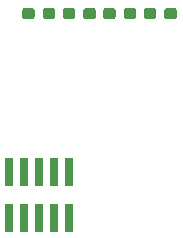
<source format=gbr>
%TF.GenerationSoftware,KiCad,Pcbnew,5.0.2*%
%TF.CreationDate,2019-04-27T21:36:03+08:00*%
%TF.ProjectId,aw-sd-dbg,61772d73-642d-4646-9267-2e6b69636164,rev?*%
%TF.SameCoordinates,Original*%
%TF.FileFunction,Paste,Top*%
%TF.FilePolarity,Positive*%
%FSLAX46Y46*%
G04 Gerber Fmt 4.6, Leading zero omitted, Abs format (unit mm)*
G04 Created by KiCad (PCBNEW 5.0.2) date 2019年04月27日 星期六 21时36分03秒*
%MOMM*%
%LPD*%
G01*
G04 APERTURE LIST*
%ADD10C,0.350000*%
%ADD11C,0.950000*%
%ADD12R,0.740000X2.400000*%
G04 APERTURE END LIST*
D10*
G36*
X121863779Y-39404144D02*
X121886834Y-39407563D01*
X121909443Y-39413227D01*
X121931387Y-39421079D01*
X121952457Y-39431044D01*
X121972448Y-39443026D01*
X121991168Y-39456910D01*
X122008438Y-39472562D01*
X122024090Y-39489832D01*
X122037974Y-39508552D01*
X122049956Y-39528543D01*
X122059921Y-39549613D01*
X122067773Y-39571557D01*
X122073437Y-39594166D01*
X122076856Y-39617221D01*
X122078000Y-39640500D01*
X122078000Y-40115500D01*
X122076856Y-40138779D01*
X122073437Y-40161834D01*
X122067773Y-40184443D01*
X122059921Y-40206387D01*
X122049956Y-40227457D01*
X122037974Y-40247448D01*
X122024090Y-40266168D01*
X122008438Y-40283438D01*
X121991168Y-40299090D01*
X121972448Y-40312974D01*
X121952457Y-40324956D01*
X121931387Y-40334921D01*
X121909443Y-40342773D01*
X121886834Y-40348437D01*
X121863779Y-40351856D01*
X121840500Y-40353000D01*
X121265500Y-40353000D01*
X121242221Y-40351856D01*
X121219166Y-40348437D01*
X121196557Y-40342773D01*
X121174613Y-40334921D01*
X121153543Y-40324956D01*
X121133552Y-40312974D01*
X121114832Y-40299090D01*
X121097562Y-40283438D01*
X121081910Y-40266168D01*
X121068026Y-40247448D01*
X121056044Y-40227457D01*
X121046079Y-40206387D01*
X121038227Y-40184443D01*
X121032563Y-40161834D01*
X121029144Y-40138779D01*
X121028000Y-40115500D01*
X121028000Y-39640500D01*
X121029144Y-39617221D01*
X121032563Y-39594166D01*
X121038227Y-39571557D01*
X121046079Y-39549613D01*
X121056044Y-39528543D01*
X121068026Y-39508552D01*
X121081910Y-39489832D01*
X121097562Y-39472562D01*
X121114832Y-39456910D01*
X121133552Y-39443026D01*
X121153543Y-39431044D01*
X121174613Y-39421079D01*
X121196557Y-39413227D01*
X121219166Y-39407563D01*
X121242221Y-39404144D01*
X121265500Y-39403000D01*
X121840500Y-39403000D01*
X121863779Y-39404144D01*
X121863779Y-39404144D01*
G37*
D11*
X121553000Y-39878000D03*
D10*
G36*
X123613779Y-39404144D02*
X123636834Y-39407563D01*
X123659443Y-39413227D01*
X123681387Y-39421079D01*
X123702457Y-39431044D01*
X123722448Y-39443026D01*
X123741168Y-39456910D01*
X123758438Y-39472562D01*
X123774090Y-39489832D01*
X123787974Y-39508552D01*
X123799956Y-39528543D01*
X123809921Y-39549613D01*
X123817773Y-39571557D01*
X123823437Y-39594166D01*
X123826856Y-39617221D01*
X123828000Y-39640500D01*
X123828000Y-40115500D01*
X123826856Y-40138779D01*
X123823437Y-40161834D01*
X123817773Y-40184443D01*
X123809921Y-40206387D01*
X123799956Y-40227457D01*
X123787974Y-40247448D01*
X123774090Y-40266168D01*
X123758438Y-40283438D01*
X123741168Y-40299090D01*
X123722448Y-40312974D01*
X123702457Y-40324956D01*
X123681387Y-40334921D01*
X123659443Y-40342773D01*
X123636834Y-40348437D01*
X123613779Y-40351856D01*
X123590500Y-40353000D01*
X123015500Y-40353000D01*
X122992221Y-40351856D01*
X122969166Y-40348437D01*
X122946557Y-40342773D01*
X122924613Y-40334921D01*
X122903543Y-40324956D01*
X122883552Y-40312974D01*
X122864832Y-40299090D01*
X122847562Y-40283438D01*
X122831910Y-40266168D01*
X122818026Y-40247448D01*
X122806044Y-40227457D01*
X122796079Y-40206387D01*
X122788227Y-40184443D01*
X122782563Y-40161834D01*
X122779144Y-40138779D01*
X122778000Y-40115500D01*
X122778000Y-39640500D01*
X122779144Y-39617221D01*
X122782563Y-39594166D01*
X122788227Y-39571557D01*
X122796079Y-39549613D01*
X122806044Y-39528543D01*
X122818026Y-39508552D01*
X122831910Y-39489832D01*
X122847562Y-39472562D01*
X122864832Y-39456910D01*
X122883552Y-39443026D01*
X122903543Y-39431044D01*
X122924613Y-39421079D01*
X122946557Y-39413227D01*
X122969166Y-39407563D01*
X122992221Y-39404144D01*
X123015500Y-39403000D01*
X123590500Y-39403000D01*
X123613779Y-39404144D01*
X123613779Y-39404144D01*
G37*
D11*
X123303000Y-39878000D03*
D12*
X114681000Y-53295000D03*
X114681000Y-57195000D03*
X113411000Y-53295000D03*
X113411000Y-57195000D03*
X112141000Y-53295000D03*
X112141000Y-57195000D03*
X110871000Y-53295000D03*
X110871000Y-57195000D03*
X109601000Y-53295000D03*
X109601000Y-57195000D03*
D10*
G36*
X111576779Y-39404144D02*
X111599834Y-39407563D01*
X111622443Y-39413227D01*
X111644387Y-39421079D01*
X111665457Y-39431044D01*
X111685448Y-39443026D01*
X111704168Y-39456910D01*
X111721438Y-39472562D01*
X111737090Y-39489832D01*
X111750974Y-39508552D01*
X111762956Y-39528543D01*
X111772921Y-39549613D01*
X111780773Y-39571557D01*
X111786437Y-39594166D01*
X111789856Y-39617221D01*
X111791000Y-39640500D01*
X111791000Y-40115500D01*
X111789856Y-40138779D01*
X111786437Y-40161834D01*
X111780773Y-40184443D01*
X111772921Y-40206387D01*
X111762956Y-40227457D01*
X111750974Y-40247448D01*
X111737090Y-40266168D01*
X111721438Y-40283438D01*
X111704168Y-40299090D01*
X111685448Y-40312974D01*
X111665457Y-40324956D01*
X111644387Y-40334921D01*
X111622443Y-40342773D01*
X111599834Y-40348437D01*
X111576779Y-40351856D01*
X111553500Y-40353000D01*
X110978500Y-40353000D01*
X110955221Y-40351856D01*
X110932166Y-40348437D01*
X110909557Y-40342773D01*
X110887613Y-40334921D01*
X110866543Y-40324956D01*
X110846552Y-40312974D01*
X110827832Y-40299090D01*
X110810562Y-40283438D01*
X110794910Y-40266168D01*
X110781026Y-40247448D01*
X110769044Y-40227457D01*
X110759079Y-40206387D01*
X110751227Y-40184443D01*
X110745563Y-40161834D01*
X110742144Y-40138779D01*
X110741000Y-40115500D01*
X110741000Y-39640500D01*
X110742144Y-39617221D01*
X110745563Y-39594166D01*
X110751227Y-39571557D01*
X110759079Y-39549613D01*
X110769044Y-39528543D01*
X110781026Y-39508552D01*
X110794910Y-39489832D01*
X110810562Y-39472562D01*
X110827832Y-39456910D01*
X110846552Y-39443026D01*
X110866543Y-39431044D01*
X110887613Y-39421079D01*
X110909557Y-39413227D01*
X110932166Y-39407563D01*
X110955221Y-39404144D01*
X110978500Y-39403000D01*
X111553500Y-39403000D01*
X111576779Y-39404144D01*
X111576779Y-39404144D01*
G37*
D11*
X111266000Y-39878000D03*
D10*
G36*
X113326779Y-39404144D02*
X113349834Y-39407563D01*
X113372443Y-39413227D01*
X113394387Y-39421079D01*
X113415457Y-39431044D01*
X113435448Y-39443026D01*
X113454168Y-39456910D01*
X113471438Y-39472562D01*
X113487090Y-39489832D01*
X113500974Y-39508552D01*
X113512956Y-39528543D01*
X113522921Y-39549613D01*
X113530773Y-39571557D01*
X113536437Y-39594166D01*
X113539856Y-39617221D01*
X113541000Y-39640500D01*
X113541000Y-40115500D01*
X113539856Y-40138779D01*
X113536437Y-40161834D01*
X113530773Y-40184443D01*
X113522921Y-40206387D01*
X113512956Y-40227457D01*
X113500974Y-40247448D01*
X113487090Y-40266168D01*
X113471438Y-40283438D01*
X113454168Y-40299090D01*
X113435448Y-40312974D01*
X113415457Y-40324956D01*
X113394387Y-40334921D01*
X113372443Y-40342773D01*
X113349834Y-40348437D01*
X113326779Y-40351856D01*
X113303500Y-40353000D01*
X112728500Y-40353000D01*
X112705221Y-40351856D01*
X112682166Y-40348437D01*
X112659557Y-40342773D01*
X112637613Y-40334921D01*
X112616543Y-40324956D01*
X112596552Y-40312974D01*
X112577832Y-40299090D01*
X112560562Y-40283438D01*
X112544910Y-40266168D01*
X112531026Y-40247448D01*
X112519044Y-40227457D01*
X112509079Y-40206387D01*
X112501227Y-40184443D01*
X112495563Y-40161834D01*
X112492144Y-40138779D01*
X112491000Y-40115500D01*
X112491000Y-39640500D01*
X112492144Y-39617221D01*
X112495563Y-39594166D01*
X112501227Y-39571557D01*
X112509079Y-39549613D01*
X112519044Y-39528543D01*
X112531026Y-39508552D01*
X112544910Y-39489832D01*
X112560562Y-39472562D01*
X112577832Y-39456910D01*
X112596552Y-39443026D01*
X112616543Y-39431044D01*
X112637613Y-39421079D01*
X112659557Y-39413227D01*
X112682166Y-39407563D01*
X112705221Y-39404144D01*
X112728500Y-39403000D01*
X113303500Y-39403000D01*
X113326779Y-39404144D01*
X113326779Y-39404144D01*
G37*
D11*
X113016000Y-39878000D03*
D10*
G36*
X115005779Y-39404144D02*
X115028834Y-39407563D01*
X115051443Y-39413227D01*
X115073387Y-39421079D01*
X115094457Y-39431044D01*
X115114448Y-39443026D01*
X115133168Y-39456910D01*
X115150438Y-39472562D01*
X115166090Y-39489832D01*
X115179974Y-39508552D01*
X115191956Y-39528543D01*
X115201921Y-39549613D01*
X115209773Y-39571557D01*
X115215437Y-39594166D01*
X115218856Y-39617221D01*
X115220000Y-39640500D01*
X115220000Y-40115500D01*
X115218856Y-40138779D01*
X115215437Y-40161834D01*
X115209773Y-40184443D01*
X115201921Y-40206387D01*
X115191956Y-40227457D01*
X115179974Y-40247448D01*
X115166090Y-40266168D01*
X115150438Y-40283438D01*
X115133168Y-40299090D01*
X115114448Y-40312974D01*
X115094457Y-40324956D01*
X115073387Y-40334921D01*
X115051443Y-40342773D01*
X115028834Y-40348437D01*
X115005779Y-40351856D01*
X114982500Y-40353000D01*
X114407500Y-40353000D01*
X114384221Y-40351856D01*
X114361166Y-40348437D01*
X114338557Y-40342773D01*
X114316613Y-40334921D01*
X114295543Y-40324956D01*
X114275552Y-40312974D01*
X114256832Y-40299090D01*
X114239562Y-40283438D01*
X114223910Y-40266168D01*
X114210026Y-40247448D01*
X114198044Y-40227457D01*
X114188079Y-40206387D01*
X114180227Y-40184443D01*
X114174563Y-40161834D01*
X114171144Y-40138779D01*
X114170000Y-40115500D01*
X114170000Y-39640500D01*
X114171144Y-39617221D01*
X114174563Y-39594166D01*
X114180227Y-39571557D01*
X114188079Y-39549613D01*
X114198044Y-39528543D01*
X114210026Y-39508552D01*
X114223910Y-39489832D01*
X114239562Y-39472562D01*
X114256832Y-39456910D01*
X114275552Y-39443026D01*
X114295543Y-39431044D01*
X114316613Y-39421079D01*
X114338557Y-39413227D01*
X114361166Y-39407563D01*
X114384221Y-39404144D01*
X114407500Y-39403000D01*
X114982500Y-39403000D01*
X115005779Y-39404144D01*
X115005779Y-39404144D01*
G37*
D11*
X114695000Y-39878000D03*
D10*
G36*
X116755779Y-39404144D02*
X116778834Y-39407563D01*
X116801443Y-39413227D01*
X116823387Y-39421079D01*
X116844457Y-39431044D01*
X116864448Y-39443026D01*
X116883168Y-39456910D01*
X116900438Y-39472562D01*
X116916090Y-39489832D01*
X116929974Y-39508552D01*
X116941956Y-39528543D01*
X116951921Y-39549613D01*
X116959773Y-39571557D01*
X116965437Y-39594166D01*
X116968856Y-39617221D01*
X116970000Y-39640500D01*
X116970000Y-40115500D01*
X116968856Y-40138779D01*
X116965437Y-40161834D01*
X116959773Y-40184443D01*
X116951921Y-40206387D01*
X116941956Y-40227457D01*
X116929974Y-40247448D01*
X116916090Y-40266168D01*
X116900438Y-40283438D01*
X116883168Y-40299090D01*
X116864448Y-40312974D01*
X116844457Y-40324956D01*
X116823387Y-40334921D01*
X116801443Y-40342773D01*
X116778834Y-40348437D01*
X116755779Y-40351856D01*
X116732500Y-40353000D01*
X116157500Y-40353000D01*
X116134221Y-40351856D01*
X116111166Y-40348437D01*
X116088557Y-40342773D01*
X116066613Y-40334921D01*
X116045543Y-40324956D01*
X116025552Y-40312974D01*
X116006832Y-40299090D01*
X115989562Y-40283438D01*
X115973910Y-40266168D01*
X115960026Y-40247448D01*
X115948044Y-40227457D01*
X115938079Y-40206387D01*
X115930227Y-40184443D01*
X115924563Y-40161834D01*
X115921144Y-40138779D01*
X115920000Y-40115500D01*
X115920000Y-39640500D01*
X115921144Y-39617221D01*
X115924563Y-39594166D01*
X115930227Y-39571557D01*
X115938079Y-39549613D01*
X115948044Y-39528543D01*
X115960026Y-39508552D01*
X115973910Y-39489832D01*
X115989562Y-39472562D01*
X116006832Y-39456910D01*
X116025552Y-39443026D01*
X116045543Y-39431044D01*
X116066613Y-39421079D01*
X116088557Y-39413227D01*
X116111166Y-39407563D01*
X116134221Y-39404144D01*
X116157500Y-39403000D01*
X116732500Y-39403000D01*
X116755779Y-39404144D01*
X116755779Y-39404144D01*
G37*
D11*
X116445000Y-39878000D03*
D10*
G36*
X118434779Y-39404144D02*
X118457834Y-39407563D01*
X118480443Y-39413227D01*
X118502387Y-39421079D01*
X118523457Y-39431044D01*
X118543448Y-39443026D01*
X118562168Y-39456910D01*
X118579438Y-39472562D01*
X118595090Y-39489832D01*
X118608974Y-39508552D01*
X118620956Y-39528543D01*
X118630921Y-39549613D01*
X118638773Y-39571557D01*
X118644437Y-39594166D01*
X118647856Y-39617221D01*
X118649000Y-39640500D01*
X118649000Y-40115500D01*
X118647856Y-40138779D01*
X118644437Y-40161834D01*
X118638773Y-40184443D01*
X118630921Y-40206387D01*
X118620956Y-40227457D01*
X118608974Y-40247448D01*
X118595090Y-40266168D01*
X118579438Y-40283438D01*
X118562168Y-40299090D01*
X118543448Y-40312974D01*
X118523457Y-40324956D01*
X118502387Y-40334921D01*
X118480443Y-40342773D01*
X118457834Y-40348437D01*
X118434779Y-40351856D01*
X118411500Y-40353000D01*
X117836500Y-40353000D01*
X117813221Y-40351856D01*
X117790166Y-40348437D01*
X117767557Y-40342773D01*
X117745613Y-40334921D01*
X117724543Y-40324956D01*
X117704552Y-40312974D01*
X117685832Y-40299090D01*
X117668562Y-40283438D01*
X117652910Y-40266168D01*
X117639026Y-40247448D01*
X117627044Y-40227457D01*
X117617079Y-40206387D01*
X117609227Y-40184443D01*
X117603563Y-40161834D01*
X117600144Y-40138779D01*
X117599000Y-40115500D01*
X117599000Y-39640500D01*
X117600144Y-39617221D01*
X117603563Y-39594166D01*
X117609227Y-39571557D01*
X117617079Y-39549613D01*
X117627044Y-39528543D01*
X117639026Y-39508552D01*
X117652910Y-39489832D01*
X117668562Y-39472562D01*
X117685832Y-39456910D01*
X117704552Y-39443026D01*
X117724543Y-39431044D01*
X117745613Y-39421079D01*
X117767557Y-39413227D01*
X117790166Y-39407563D01*
X117813221Y-39404144D01*
X117836500Y-39403000D01*
X118411500Y-39403000D01*
X118434779Y-39404144D01*
X118434779Y-39404144D01*
G37*
D11*
X118124000Y-39878000D03*
D10*
G36*
X120184779Y-39404144D02*
X120207834Y-39407563D01*
X120230443Y-39413227D01*
X120252387Y-39421079D01*
X120273457Y-39431044D01*
X120293448Y-39443026D01*
X120312168Y-39456910D01*
X120329438Y-39472562D01*
X120345090Y-39489832D01*
X120358974Y-39508552D01*
X120370956Y-39528543D01*
X120380921Y-39549613D01*
X120388773Y-39571557D01*
X120394437Y-39594166D01*
X120397856Y-39617221D01*
X120399000Y-39640500D01*
X120399000Y-40115500D01*
X120397856Y-40138779D01*
X120394437Y-40161834D01*
X120388773Y-40184443D01*
X120380921Y-40206387D01*
X120370956Y-40227457D01*
X120358974Y-40247448D01*
X120345090Y-40266168D01*
X120329438Y-40283438D01*
X120312168Y-40299090D01*
X120293448Y-40312974D01*
X120273457Y-40324956D01*
X120252387Y-40334921D01*
X120230443Y-40342773D01*
X120207834Y-40348437D01*
X120184779Y-40351856D01*
X120161500Y-40353000D01*
X119586500Y-40353000D01*
X119563221Y-40351856D01*
X119540166Y-40348437D01*
X119517557Y-40342773D01*
X119495613Y-40334921D01*
X119474543Y-40324956D01*
X119454552Y-40312974D01*
X119435832Y-40299090D01*
X119418562Y-40283438D01*
X119402910Y-40266168D01*
X119389026Y-40247448D01*
X119377044Y-40227457D01*
X119367079Y-40206387D01*
X119359227Y-40184443D01*
X119353563Y-40161834D01*
X119350144Y-40138779D01*
X119349000Y-40115500D01*
X119349000Y-39640500D01*
X119350144Y-39617221D01*
X119353563Y-39594166D01*
X119359227Y-39571557D01*
X119367079Y-39549613D01*
X119377044Y-39528543D01*
X119389026Y-39508552D01*
X119402910Y-39489832D01*
X119418562Y-39472562D01*
X119435832Y-39456910D01*
X119454552Y-39443026D01*
X119474543Y-39431044D01*
X119495613Y-39421079D01*
X119517557Y-39413227D01*
X119540166Y-39407563D01*
X119563221Y-39404144D01*
X119586500Y-39403000D01*
X120161500Y-39403000D01*
X120184779Y-39404144D01*
X120184779Y-39404144D01*
G37*
D11*
X119874000Y-39878000D03*
M02*

</source>
